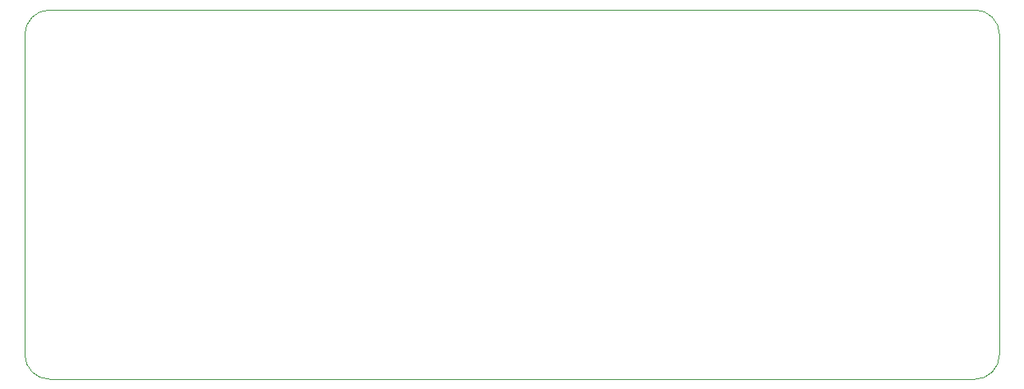
<source format=gbr>
G04 (created by PCBNEW (2013-07-07 BZR 4022)-stable) date Tue 03 Sep 2013 18:57:52 CST*
%MOIN*%
G04 Gerber Fmt 3.4, Leading zero omitted, Abs format*
%FSLAX34Y34*%
G01*
G70*
G90*
G04 APERTURE LIST*
%ADD10C,0.006*%
%ADD11C,0.00393701*%
G04 APERTURE END LIST*
G54D10*
G54D11*
X35900Y-43000D02*
X35900Y-30000D01*
X74400Y-44000D02*
X36900Y-44000D01*
X75400Y-30000D02*
X75400Y-43000D01*
X36900Y-29000D02*
X74400Y-29000D01*
X36900Y-29000D02*
G75*
G03X35900Y-30000I0J-1000D01*
G74*
G01*
X35900Y-43000D02*
G75*
G03X36900Y-44000I1000J0D01*
G74*
G01*
X74400Y-44000D02*
G75*
G03X75400Y-43000I0J1000D01*
G74*
G01*
X75400Y-30000D02*
G75*
G03X74400Y-29000I-1000J0D01*
G74*
G01*
M02*

</source>
